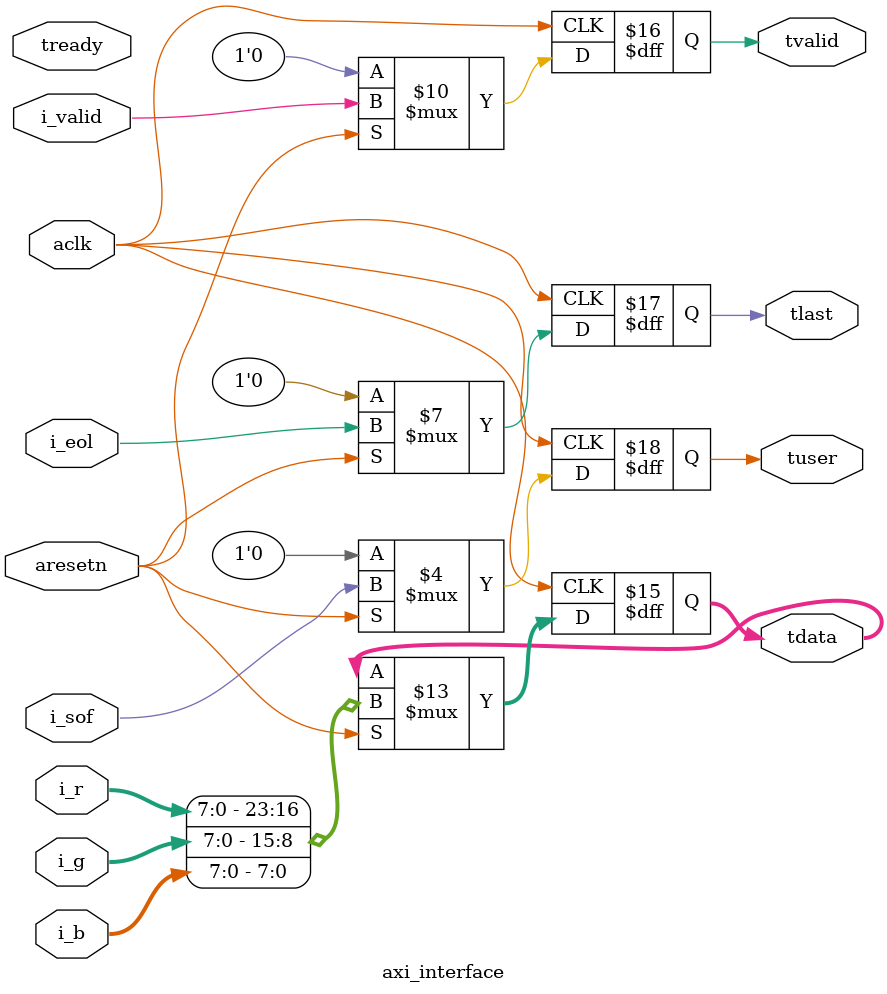
<source format=v>
`timescale 1ns / 1ps


module axi_interface(
    input  wire        aclk,
    input  wire        aresetn,

    // Camera pixel interface
    input  wire [7:0]  i_r,
    input  wire [7:0]  i_g,
    input  wire [7:0]  i_b,
    input  wire        i_valid,
    input  wire        i_sof,
    input  wire        i_eol,

    // AXI4-Stream Slave Interface
    output reg  [23:0] tdata,
    output reg         tvalid,
    input  wire        tready,
    output reg         tlast,
    output reg         tuser
);

    always @(posedge aclk) begin
        if (!aresetn) begin
            tvalid <= 1'b0;
            tlast  <= 1'b0;
            tuser  <= 1'b0;
        end else begin
            tdata  <= {i_r, i_g, i_b};
            tvalid <= i_valid;
            tlast  <= i_eol;
            tuser  <= i_sof;
        end
    end

endmodule

</source>
